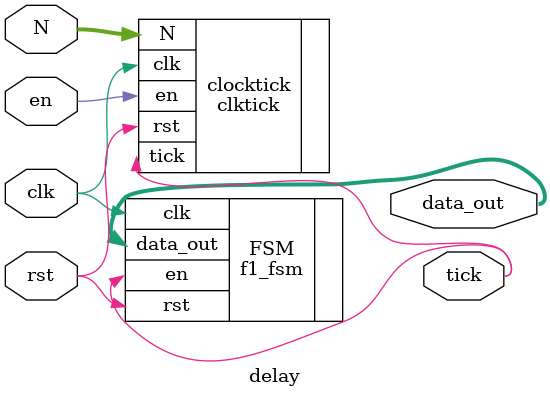
<source format=sv>
module delay #(
    parameter WIDTH = 16
)(
  // interface signals
  input  logic             clk,      // clock 
  input  logic             rst,      // reset
  input  logic             en,       // enable signal
  input  logic [WIDTH-1:0] N,     	 // clock divided by N+1
  output logic             tick,  
  output  logic [7:0] data_out,
);

 

clktick clocktick (
    .clk (clk),
    .rst (rst),
    .en (en),
    .N (N),
    .tick (tick)    
);

f1_fsm FSM (
    .rst (rst),
    .en  (tick),
    .clk (clk),
    .data_out (data_out)
);

endmodule

</source>
